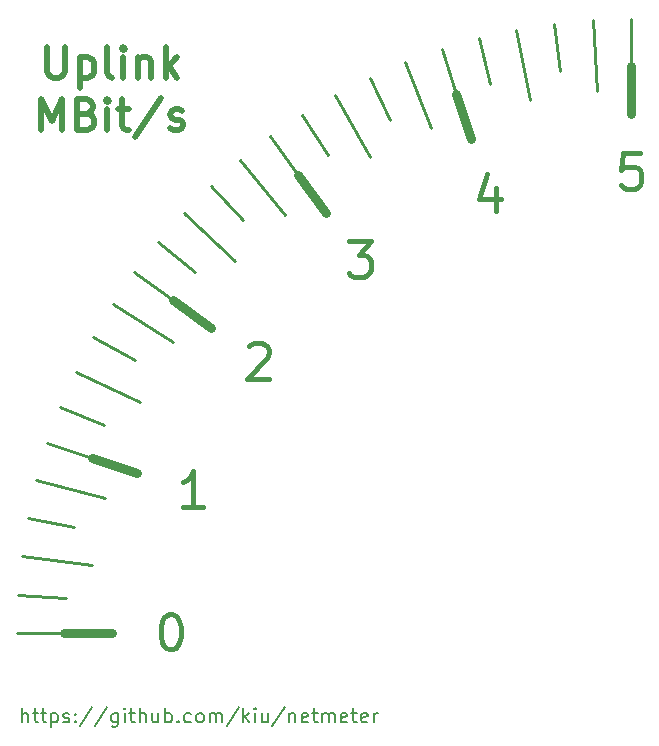
<source format=gbr>
G04 #@! TF.GenerationSoftware,KiCad,Pcbnew,(5.1.6)-1*
G04 #@! TF.CreationDate,2020-09-05T20:30:55+02:00*
G04 #@! TF.ProjectId,netmeter_panel_uplink,6e65746d-6574-4657-925f-70616e656c5f,rev?*
G04 #@! TF.SameCoordinates,Original*
G04 #@! TF.FileFunction,Legend,Top*
G04 #@! TF.FilePolarity,Positive*
%FSLAX46Y46*%
G04 Gerber Fmt 4.6, Leading zero omitted, Abs format (unit mm)*
G04 Created by KiCad (PCBNEW (5.1.6)-1) date 2020-09-05 20:30:55*
%MOMM*%
%LPD*%
G01*
G04 APERTURE LIST*
%ADD10C,0.500000*%
%ADD11C,0.200000*%
%ADD12C,0.250000*%
%ADD13C,0.750000*%
%ADD14C,0.400000*%
G04 APERTURE END LIST*
D10*
X105552380Y-77376190D02*
X105552380Y-79480952D01*
X105676190Y-79728571D01*
X105800000Y-79852380D01*
X106047619Y-79976190D01*
X106542857Y-79976190D01*
X106790476Y-79852380D01*
X106914285Y-79728571D01*
X107038095Y-79480952D01*
X107038095Y-77376190D01*
X108276190Y-78242857D02*
X108276190Y-80842857D01*
X108276190Y-78366666D02*
X108523809Y-78242857D01*
X109019047Y-78242857D01*
X109266666Y-78366666D01*
X109390476Y-78490476D01*
X109514285Y-78738095D01*
X109514285Y-79480952D01*
X109390476Y-79728571D01*
X109266666Y-79852380D01*
X109019047Y-79976190D01*
X108523809Y-79976190D01*
X108276190Y-79852380D01*
X111000000Y-79976190D02*
X110752380Y-79852380D01*
X110628571Y-79604761D01*
X110628571Y-77376190D01*
X111990476Y-79976190D02*
X111990476Y-78242857D01*
X111990476Y-77376190D02*
X111866666Y-77500000D01*
X111990476Y-77623809D01*
X112114285Y-77500000D01*
X111990476Y-77376190D01*
X111990476Y-77623809D01*
X113228571Y-78242857D02*
X113228571Y-79976190D01*
X113228571Y-78490476D02*
X113352380Y-78366666D01*
X113600000Y-78242857D01*
X113971428Y-78242857D01*
X114219047Y-78366666D01*
X114342857Y-78614285D01*
X114342857Y-79976190D01*
X115580952Y-79976190D02*
X115580952Y-77376190D01*
X115828571Y-78985714D02*
X116571428Y-79976190D01*
X116571428Y-78242857D02*
X115580952Y-79233333D01*
X105057142Y-84376190D02*
X105057142Y-81776190D01*
X105923809Y-83633333D01*
X106790476Y-81776190D01*
X106790476Y-84376190D01*
X108895238Y-83014285D02*
X109266666Y-83138095D01*
X109390476Y-83261904D01*
X109514285Y-83509523D01*
X109514285Y-83880952D01*
X109390476Y-84128571D01*
X109266666Y-84252380D01*
X109019047Y-84376190D01*
X108028571Y-84376190D01*
X108028571Y-81776190D01*
X108895238Y-81776190D01*
X109142857Y-81900000D01*
X109266666Y-82023809D01*
X109390476Y-82271428D01*
X109390476Y-82519047D01*
X109266666Y-82766666D01*
X109142857Y-82890476D01*
X108895238Y-83014285D01*
X108028571Y-83014285D01*
X110628571Y-84376190D02*
X110628571Y-82642857D01*
X110628571Y-81776190D02*
X110504761Y-81900000D01*
X110628571Y-82023809D01*
X110752380Y-81900000D01*
X110628571Y-81776190D01*
X110628571Y-82023809D01*
X111495238Y-82642857D02*
X112485714Y-82642857D01*
X111866666Y-81776190D02*
X111866666Y-84004761D01*
X111990476Y-84252380D01*
X112238095Y-84376190D01*
X112485714Y-84376190D01*
X115209523Y-81652380D02*
X112980952Y-84995238D01*
X115952380Y-84252380D02*
X116200000Y-84376190D01*
X116695238Y-84376190D01*
X116942857Y-84252380D01*
X117066666Y-84004761D01*
X117066666Y-83880952D01*
X116942857Y-83633333D01*
X116695238Y-83509523D01*
X116323809Y-83509523D01*
X116076190Y-83385714D01*
X115952380Y-83138095D01*
X115952380Y-83014285D01*
X116076190Y-82766666D01*
X116323809Y-82642857D01*
X116695238Y-82642857D01*
X116942857Y-82766666D01*
D11*
X103415714Y-134542857D02*
X103415714Y-133342857D01*
X103930000Y-134542857D02*
X103930000Y-133914285D01*
X103872857Y-133800000D01*
X103758571Y-133742857D01*
X103587142Y-133742857D01*
X103472857Y-133800000D01*
X103415714Y-133857142D01*
X104330000Y-133742857D02*
X104787142Y-133742857D01*
X104501428Y-133342857D02*
X104501428Y-134371428D01*
X104558571Y-134485714D01*
X104672857Y-134542857D01*
X104787142Y-134542857D01*
X105015714Y-133742857D02*
X105472857Y-133742857D01*
X105187142Y-133342857D02*
X105187142Y-134371428D01*
X105244285Y-134485714D01*
X105358571Y-134542857D01*
X105472857Y-134542857D01*
X105872857Y-133742857D02*
X105872857Y-134942857D01*
X105872857Y-133800000D02*
X105987142Y-133742857D01*
X106215714Y-133742857D01*
X106330000Y-133800000D01*
X106387142Y-133857142D01*
X106444285Y-133971428D01*
X106444285Y-134314285D01*
X106387142Y-134428571D01*
X106330000Y-134485714D01*
X106215714Y-134542857D01*
X105987142Y-134542857D01*
X105872857Y-134485714D01*
X106901428Y-134485714D02*
X107015714Y-134542857D01*
X107244285Y-134542857D01*
X107358571Y-134485714D01*
X107415714Y-134371428D01*
X107415714Y-134314285D01*
X107358571Y-134200000D01*
X107244285Y-134142857D01*
X107072857Y-134142857D01*
X106958571Y-134085714D01*
X106901428Y-133971428D01*
X106901428Y-133914285D01*
X106958571Y-133800000D01*
X107072857Y-133742857D01*
X107244285Y-133742857D01*
X107358571Y-133800000D01*
X107930000Y-134428571D02*
X107987142Y-134485714D01*
X107930000Y-134542857D01*
X107872857Y-134485714D01*
X107930000Y-134428571D01*
X107930000Y-134542857D01*
X107930000Y-133800000D02*
X107987142Y-133857142D01*
X107930000Y-133914285D01*
X107872857Y-133857142D01*
X107930000Y-133800000D01*
X107930000Y-133914285D01*
X109358571Y-133285714D02*
X108330000Y-134828571D01*
X110615714Y-133285714D02*
X109587142Y-134828571D01*
X111530000Y-133742857D02*
X111530000Y-134714285D01*
X111472857Y-134828571D01*
X111415714Y-134885714D01*
X111301428Y-134942857D01*
X111130000Y-134942857D01*
X111015714Y-134885714D01*
X111530000Y-134485714D02*
X111415714Y-134542857D01*
X111187142Y-134542857D01*
X111072857Y-134485714D01*
X111015714Y-134428571D01*
X110958571Y-134314285D01*
X110958571Y-133971428D01*
X111015714Y-133857142D01*
X111072857Y-133800000D01*
X111187142Y-133742857D01*
X111415714Y-133742857D01*
X111530000Y-133800000D01*
X112101428Y-134542857D02*
X112101428Y-133742857D01*
X112101428Y-133342857D02*
X112044285Y-133400000D01*
X112101428Y-133457142D01*
X112158571Y-133400000D01*
X112101428Y-133342857D01*
X112101428Y-133457142D01*
X112501428Y-133742857D02*
X112958571Y-133742857D01*
X112672857Y-133342857D02*
X112672857Y-134371428D01*
X112730000Y-134485714D01*
X112844285Y-134542857D01*
X112958571Y-134542857D01*
X113358571Y-134542857D02*
X113358571Y-133342857D01*
X113872857Y-134542857D02*
X113872857Y-133914285D01*
X113815714Y-133800000D01*
X113701428Y-133742857D01*
X113530000Y-133742857D01*
X113415714Y-133800000D01*
X113358571Y-133857142D01*
X114958571Y-133742857D02*
X114958571Y-134542857D01*
X114444285Y-133742857D02*
X114444285Y-134371428D01*
X114501428Y-134485714D01*
X114615714Y-134542857D01*
X114787142Y-134542857D01*
X114901428Y-134485714D01*
X114958571Y-134428571D01*
X115530000Y-134542857D02*
X115530000Y-133342857D01*
X115530000Y-133800000D02*
X115644285Y-133742857D01*
X115872857Y-133742857D01*
X115987142Y-133800000D01*
X116044285Y-133857142D01*
X116101428Y-133971428D01*
X116101428Y-134314285D01*
X116044285Y-134428571D01*
X115987142Y-134485714D01*
X115872857Y-134542857D01*
X115644285Y-134542857D01*
X115530000Y-134485714D01*
X116615714Y-134428571D02*
X116672857Y-134485714D01*
X116615714Y-134542857D01*
X116558571Y-134485714D01*
X116615714Y-134428571D01*
X116615714Y-134542857D01*
X117701428Y-134485714D02*
X117587142Y-134542857D01*
X117358571Y-134542857D01*
X117244285Y-134485714D01*
X117187142Y-134428571D01*
X117130000Y-134314285D01*
X117130000Y-133971428D01*
X117187142Y-133857142D01*
X117244285Y-133800000D01*
X117358571Y-133742857D01*
X117587142Y-133742857D01*
X117701428Y-133800000D01*
X118387142Y-134542857D02*
X118272857Y-134485714D01*
X118215714Y-134428571D01*
X118158571Y-134314285D01*
X118158571Y-133971428D01*
X118215714Y-133857142D01*
X118272857Y-133800000D01*
X118387142Y-133742857D01*
X118558571Y-133742857D01*
X118672857Y-133800000D01*
X118730000Y-133857142D01*
X118787142Y-133971428D01*
X118787142Y-134314285D01*
X118730000Y-134428571D01*
X118672857Y-134485714D01*
X118558571Y-134542857D01*
X118387142Y-134542857D01*
X119301428Y-134542857D02*
X119301428Y-133742857D01*
X119301428Y-133857142D02*
X119358571Y-133800000D01*
X119472857Y-133742857D01*
X119644285Y-133742857D01*
X119758571Y-133800000D01*
X119815714Y-133914285D01*
X119815714Y-134542857D01*
X119815714Y-133914285D02*
X119872857Y-133800000D01*
X119987142Y-133742857D01*
X120158571Y-133742857D01*
X120272857Y-133800000D01*
X120330000Y-133914285D01*
X120330000Y-134542857D01*
X121758571Y-133285714D02*
X120730000Y-134828571D01*
X122158571Y-134542857D02*
X122158571Y-133342857D01*
X122272857Y-134085714D02*
X122615714Y-134542857D01*
X122615714Y-133742857D02*
X122158571Y-134200000D01*
X123130000Y-134542857D02*
X123130000Y-133742857D01*
X123130000Y-133342857D02*
X123072857Y-133400000D01*
X123130000Y-133457142D01*
X123187142Y-133400000D01*
X123130000Y-133342857D01*
X123130000Y-133457142D01*
X124215714Y-133742857D02*
X124215714Y-134542857D01*
X123701428Y-133742857D02*
X123701428Y-134371428D01*
X123758571Y-134485714D01*
X123872857Y-134542857D01*
X124044285Y-134542857D01*
X124158571Y-134485714D01*
X124215714Y-134428571D01*
X125644285Y-133285714D02*
X124615714Y-134828571D01*
X126044285Y-133742857D02*
X126044285Y-134542857D01*
X126044285Y-133857142D02*
X126101428Y-133800000D01*
X126215714Y-133742857D01*
X126387142Y-133742857D01*
X126501428Y-133800000D01*
X126558571Y-133914285D01*
X126558571Y-134542857D01*
X127587142Y-134485714D02*
X127472857Y-134542857D01*
X127244285Y-134542857D01*
X127130000Y-134485714D01*
X127072857Y-134371428D01*
X127072857Y-133914285D01*
X127130000Y-133800000D01*
X127244285Y-133742857D01*
X127472857Y-133742857D01*
X127587142Y-133800000D01*
X127644285Y-133914285D01*
X127644285Y-134028571D01*
X127072857Y-134142857D01*
X127987142Y-133742857D02*
X128444285Y-133742857D01*
X128158571Y-133342857D02*
X128158571Y-134371428D01*
X128215714Y-134485714D01*
X128330000Y-134542857D01*
X128444285Y-134542857D01*
X128844285Y-134542857D02*
X128844285Y-133742857D01*
X128844285Y-133857142D02*
X128901428Y-133800000D01*
X129015714Y-133742857D01*
X129187142Y-133742857D01*
X129301428Y-133800000D01*
X129358571Y-133914285D01*
X129358571Y-134542857D01*
X129358571Y-133914285D02*
X129415714Y-133800000D01*
X129530000Y-133742857D01*
X129701428Y-133742857D01*
X129815714Y-133800000D01*
X129872857Y-133914285D01*
X129872857Y-134542857D01*
X130901428Y-134485714D02*
X130787142Y-134542857D01*
X130558571Y-134542857D01*
X130444285Y-134485714D01*
X130387142Y-134371428D01*
X130387142Y-133914285D01*
X130444285Y-133800000D01*
X130558571Y-133742857D01*
X130787142Y-133742857D01*
X130901428Y-133800000D01*
X130958571Y-133914285D01*
X130958571Y-134028571D01*
X130387142Y-134142857D01*
X131301428Y-133742857D02*
X131758571Y-133742857D01*
X131472857Y-133342857D02*
X131472857Y-134371428D01*
X131530000Y-134485714D01*
X131644285Y-134542857D01*
X131758571Y-134542857D01*
X132615714Y-134485714D02*
X132501428Y-134542857D01*
X132272857Y-134542857D01*
X132158571Y-134485714D01*
X132101428Y-134371428D01*
X132101428Y-133914285D01*
X132158571Y-133800000D01*
X132272857Y-133742857D01*
X132501428Y-133742857D01*
X132615714Y-133800000D01*
X132672857Y-133914285D01*
X132672857Y-134028571D01*
X132101428Y-134142857D01*
X133187142Y-134542857D02*
X133187142Y-133742857D01*
X133187142Y-133971428D02*
X133244285Y-133857142D01*
X133301428Y-133800000D01*
X133415714Y-133742857D01*
X133530000Y-133742857D01*
D12*
X103000000Y-127000000D02*
X107000000Y-127000000D01*
D13*
X107000000Y-127000000D02*
X111000000Y-127000000D01*
D14*
X115857142Y-125357142D02*
X116142857Y-125357142D01*
X116428571Y-125500000D01*
X116571428Y-125642857D01*
X116714285Y-125928571D01*
X116857142Y-126500000D01*
X116857142Y-127214285D01*
X116714285Y-127785714D01*
X116571428Y-128071428D01*
X116428571Y-128214285D01*
X116142857Y-128357142D01*
X115857142Y-128357142D01*
X115571428Y-128214285D01*
X115428571Y-128071428D01*
X115285714Y-127785714D01*
X115142857Y-127214285D01*
X115142857Y-126500000D01*
X115285714Y-125928571D01*
X115428571Y-125642857D01*
X115571428Y-125500000D01*
X115857142Y-125357142D01*
D12*
X103102610Y-123734893D02*
X107094717Y-123986055D01*
X103410036Y-120482672D02*
X109362724Y-121234671D01*
X103921063Y-117256172D02*
X107850212Y-118005697D01*
X104633676Y-114068126D02*
X110445175Y-115560265D01*
X105545061Y-110931116D02*
X109349287Y-112167184D01*
D13*
X109349287Y-112167184D02*
X113153513Y-113403252D01*
D14*
X118765938Y-116305479D02*
X117051653Y-116305479D01*
X117908796Y-116305479D02*
X117908796Y-113305479D01*
X117623081Y-113734051D01*
X117337367Y-114019765D01*
X117051653Y-114162622D01*
D12*
X106651623Y-107857523D02*
X110370729Y-109330021D01*
X107948993Y-104859477D02*
X113377956Y-107414153D01*
X109432053Y-101948809D02*
X112937279Y-103875824D01*
X111094948Y-99137007D02*
X116160915Y-102351967D01*
X112931116Y-96435167D02*
X116167184Y-98786308D01*
D13*
X116167184Y-98786308D02*
X119403252Y-101137449D01*
D14*
X122591194Y-102719232D02*
X122734051Y-102576375D01*
X123019765Y-102433517D01*
X123734051Y-102433517D01*
X124019765Y-102576375D01*
X124162622Y-102719232D01*
X124305479Y-103004946D01*
X124305479Y-103290660D01*
X124162622Y-103719232D01*
X122448337Y-105433517D01*
X124305479Y-105433517D01*
D12*
X114933311Y-93853953D02*
X118015364Y-96403648D01*
X117093631Y-91403550D02*
X121467443Y-95510833D01*
X119403550Y-89093631D02*
X122141739Y-92009506D01*
X121853953Y-86933311D02*
X125678496Y-91556391D01*
X124435167Y-84931116D02*
X126786308Y-88167184D01*
D13*
X126786308Y-88167184D02*
X129137449Y-91403252D01*
D14*
X131076375Y-93805479D02*
X132933517Y-93805479D01*
X131933517Y-94948337D01*
X132362089Y-94948337D01*
X132647803Y-95091194D01*
X132790660Y-95234051D01*
X132933517Y-95519765D01*
X132933517Y-96234051D01*
X132790660Y-96519765D01*
X132647803Y-96662622D01*
X132362089Y-96805479D01*
X131504946Y-96805479D01*
X131219232Y-96662622D01*
X131076375Y-96519765D01*
D12*
X127137007Y-83094948D02*
X129280314Y-86472260D01*
X129948809Y-81432053D02*
X132839331Y-86689893D01*
X132859477Y-79948993D02*
X134562594Y-83568301D01*
X135857523Y-78651623D02*
X138066271Y-84230282D01*
X138931116Y-77545061D02*
X140167184Y-81349287D01*
D13*
X140167184Y-81349287D02*
X141403252Y-85153513D01*
D14*
X143519765Y-89265938D02*
X143519765Y-91265938D01*
X142805479Y-88123081D02*
X142091194Y-90265938D01*
X143948337Y-90265938D01*
D12*
X142068126Y-76633676D02*
X143062885Y-80508008D01*
X145256172Y-75921063D02*
X146380460Y-81814786D01*
X148482672Y-75410036D02*
X148984005Y-79378494D01*
X151734893Y-75102610D02*
X152111636Y-81090770D01*
X155000000Y-75000000D02*
X155000000Y-79000000D01*
D13*
X155000000Y-79000000D02*
X155000000Y-83000000D01*
D14*
X155714285Y-86357142D02*
X154285714Y-86357142D01*
X154142857Y-87785714D01*
X154285714Y-87642857D01*
X154571428Y-87500000D01*
X155285714Y-87500000D01*
X155571428Y-87642857D01*
X155714285Y-87785714D01*
X155857142Y-88071428D01*
X155857142Y-88785714D01*
X155714285Y-89071428D01*
X155571428Y-89214285D01*
X155285714Y-89357142D01*
X154571428Y-89357142D01*
X154285714Y-89214285D01*
X154142857Y-89071428D01*
M02*

</source>
